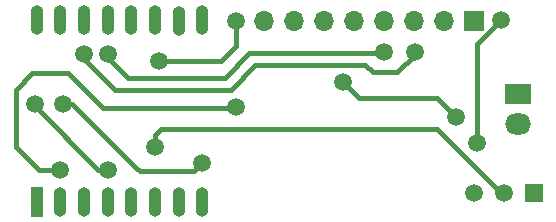
<source format=gbr>
G04 #@! TF.GenerationSoftware,KiCad,Pcbnew,5.0.2-bee76a0~70~ubuntu18.04.1*
G04 #@! TF.CreationDate,2020-04-01T20:32:41-04:00*
G04 #@! TF.ProjectId,weeSpindel,77656553-7069-46e6-9465-6c2e6b696361,rev?*
G04 #@! TF.SameCoordinates,PX56c8cc0PY6dac2c0*
G04 #@! TF.FileFunction,Copper,L1,Top*
G04 #@! TF.FilePolarity,Positive*
%FSLAX46Y46*%
G04 Gerber Fmt 4.6, Leading zero omitted, Abs format (unit mm)*
G04 Created by KiCad (PCBNEW 5.0.2-bee76a0~70~ubuntu18.04.1) date Wed 01 Apr 2020 08:32:41 PM EDT*
%MOMM*%
%LPD*%
G01*
G04 APERTURE LIST*
G04 #@! TA.AperFunction,ComponentPad*
%ADD10O,2.200000X1.800000*%
G04 #@! TD*
G04 #@! TA.AperFunction,ComponentPad*
%ADD11R,2.200000X1.800000*%
G04 #@! TD*
G04 #@! TA.AperFunction,ComponentPad*
%ADD12R,1.700000X1.700000*%
G04 #@! TD*
G04 #@! TA.AperFunction,ComponentPad*
%ADD13O,1.700000X1.700000*%
G04 #@! TD*
G04 #@! TA.AperFunction,ComponentPad*
%ADD14R,1.100000X2.500000*%
G04 #@! TD*
G04 #@! TA.AperFunction,ComponentPad*
%ADD15O,1.100000X2.500000*%
G04 #@! TD*
G04 #@! TA.AperFunction,ComponentPad*
%ADD16C,1.500000*%
G04 #@! TD*
G04 #@! TA.AperFunction,ComponentPad*
%ADD17R,1.500000X1.500000*%
G04 #@! TD*
G04 #@! TA.AperFunction,ViaPad*
%ADD18C,1.500000*%
G04 #@! TD*
G04 #@! TA.AperFunction,Conductor*
%ADD19C,0.400000*%
G04 #@! TD*
G04 APERTURE END LIST*
D10*
G04 #@! TO.P,J1,2*
G04 #@! TO.N,VBAT*
X43200000Y9060000D03*
D11*
G04 #@! TO.P,J1,1*
G04 #@! TO.N,GND*
X43200000Y11600000D03*
G04 #@! TD*
D12*
G04 #@! TO.P,J2,1*
G04 #@! TO.N,3V3*
X39497000Y17721000D03*
D13*
G04 #@! TO.P,J2,2*
G04 #@! TO.N,GND*
X36957000Y17721000D03*
G04 #@! TO.P,J2,3*
G04 #@! TO.N,SCL*
X34417000Y17721000D03*
G04 #@! TO.P,J2,4*
G04 #@! TO.N,SDA*
X31877000Y17721000D03*
G04 #@! TO.P,J2,5*
G04 #@! TO.N,N/C*
X29337000Y17721000D03*
G04 #@! TO.P,J2,6*
X26797000Y17721000D03*
G04 #@! TO.P,J2,7*
X24257000Y17721000D03*
G04 #@! TO.P,J2,8*
G04 #@! TO.N,GPIO15*
X21717000Y17721000D03*
G04 #@! TD*
D14*
G04 #@! TO.P,U1,1*
G04 #@! TO.N,RST*
X2497000Y2421000D03*
D15*
G04 #@! TO.P,U1,2*
G04 #@! TO.N,ADC*
X4497000Y2421000D03*
G04 #@! TO.P,U1,3*
G04 #@! TO.N,EN*
X6497000Y2421000D03*
G04 #@! TO.P,U1,4*
G04 #@! TO.N,GPIO16*
X8497000Y2421000D03*
G04 #@! TO.P,U1,5*
G04 #@! TO.N,N/C*
X10497000Y2421000D03*
G04 #@! TO.P,U1,6*
G04 #@! TO.N,GPIO12*
X12497000Y2421000D03*
G04 #@! TO.P,U1,7*
G04 #@! TO.N,N/C*
X14497000Y2421000D03*
G04 #@! TO.P,U1,8*
G04 #@! TO.N,3V3*
X16497000Y2421000D03*
G04 #@! TO.P,U1,9*
G04 #@! TO.N,GND*
X16497000Y17821000D03*
G04 #@! TO.P,U1,10*
G04 #@! TO.N,GPIO15*
X14497000Y17721000D03*
G04 #@! TO.P,U1,11*
G04 #@! TO.N,N/C*
X12497000Y17821000D03*
G04 #@! TO.P,U1,12*
G04 #@! TO.N,GPIO0*
X10497000Y17821000D03*
G04 #@! TO.P,U1,13*
G04 #@! TO.N,SDA*
X8497000Y17821000D03*
G04 #@! TO.P,U1,14*
G04 #@! TO.N,SCL*
X6497000Y17821000D03*
G04 #@! TO.P,U1,15*
G04 #@! TO.N,N/C*
X4497000Y17821000D03*
G04 #@! TO.P,U1,16*
X2497000Y17821000D03*
G04 #@! TD*
D16*
G04 #@! TO.P,U3,2*
G04 #@! TO.N,GPIO12*
X42060000Y3200000D03*
G04 #@! TO.P,U3,3*
G04 #@! TO.N,3V3*
X39520000Y3200000D03*
D17*
G04 #@! TO.P,U3,1*
G04 #@! TO.N,GND*
X44600000Y3200000D03*
G04 #@! TD*
D18*
G04 #@! TO.N,3V3*
X4697000Y10721000D03*
X16497000Y5721000D03*
X39800000Y7400000D03*
X41800000Y17800000D03*
G04 #@! TO.N,VBAT*
X28400000Y12600000D03*
X38000000Y9600000D03*
G04 #@! TO.N,ADC*
X4497000Y5121000D03*
X19397000Y10421000D03*
G04 #@! TO.N,SCL*
X34497000Y15121000D03*
X6497000Y14921000D03*
G04 #@! TO.N,SDA*
X31897000Y15121000D03*
X8497000Y14921000D03*
G04 #@! TO.N,GPIO15*
X12797000Y14321000D03*
X19397000Y17721000D03*
G04 #@! TO.N,GPIO16*
X8497000Y5121000D03*
X2297000Y10721000D03*
G04 #@! TO.N,GPIO12*
X12505000Y7050000D03*
G04 #@! TD*
D19*
G04 #@! TO.N,3V3*
X39800000Y7400000D02*
X39800000Y15800000D01*
X39800000Y15800000D02*
X41800000Y17800000D01*
X5497000Y10721000D02*
X4697000Y10721000D01*
X10797000Y5421000D02*
X5497000Y10721000D01*
X10797000Y5403000D02*
X10797000Y5421000D01*
X11200000Y5000000D02*
X10797000Y5403000D01*
X16497000Y5721000D02*
X15776000Y5000000D01*
X15776000Y5000000D02*
X11200000Y5000000D01*
G04 #@! TO.N,VBAT*
X29800000Y11200000D02*
X28400000Y12600000D01*
X38000000Y9600000D02*
X36400000Y11200000D01*
X36400000Y11200000D02*
X29800000Y11200000D01*
G04 #@! TO.N,ADC*
X19328000Y10352000D02*
X19397000Y10421000D01*
X8066000Y10352000D02*
X19328000Y10352000D01*
X2679000Y5121000D02*
X697000Y7103000D01*
X5097000Y13321000D02*
X8066000Y10352000D01*
X697000Y7103000D02*
X697000Y11921000D01*
X4497000Y5121000D02*
X2679000Y5121000D01*
X697000Y11921000D02*
X2097000Y13321000D01*
X2097000Y13321000D02*
X5097000Y13321000D01*
G04 #@! TO.N,SCL*
X33000000Y13400000D02*
X34497000Y14897000D01*
X30918000Y13400000D02*
X33000000Y13400000D01*
X34497000Y14897000D02*
X34497000Y15121000D01*
X6497000Y14521000D02*
X9097000Y11921000D01*
X9097000Y11921000D02*
X18921000Y11921000D01*
X6497000Y14921000D02*
X6497000Y14521000D01*
X18921000Y11921000D02*
X21000000Y14000000D01*
X21000000Y14000000D02*
X30318000Y14000000D01*
X30318000Y14000000D02*
X30918000Y13400000D01*
G04 #@! TO.N,SDA*
X31776000Y15000000D02*
X31897000Y15121000D01*
X20479000Y15000000D02*
X31776000Y15000000D01*
X18400000Y12921000D02*
X20479000Y15000000D01*
X10197000Y12921000D02*
X18400000Y12921000D01*
X8497000Y14921000D02*
X8497000Y14621000D01*
X8497000Y14621000D02*
X10197000Y12921000D01*
G04 #@! TO.N,GPIO15*
X18097000Y14321000D02*
X12797000Y14321000D01*
X19397000Y17721000D02*
X19397000Y15621000D01*
X19397000Y15621000D02*
X18097000Y14321000D01*
G04 #@! TO.N,GPIO16*
X7679000Y5121000D02*
X8497000Y5121000D01*
X2297000Y10721000D02*
X2297000Y10503000D01*
X2297000Y10503000D02*
X7679000Y5121000D01*
G04 #@! TO.N,GPIO12*
X41800000Y3200000D02*
X42060000Y3200000D01*
X36400000Y8600000D02*
X41800000Y3200000D01*
X13000000Y8600000D02*
X36400000Y8600000D01*
X12505000Y7050000D02*
X12505000Y8105000D01*
X12505000Y8105000D02*
X13000000Y8600000D01*
G04 #@! TD*
M02*

</source>
